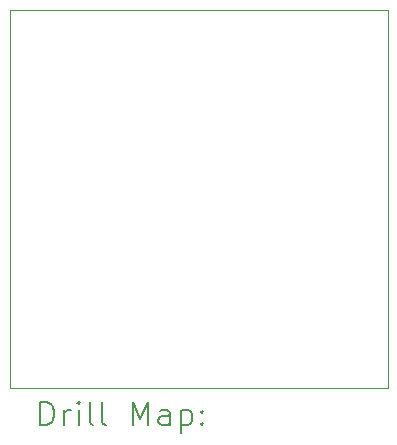
<source format=gbr>
%TF.GenerationSoftware,KiCad,Pcbnew,8.0.2-8.0.2-0~ubuntu22.04.1*%
%TF.CreationDate,2024-05-29T00:58:49-04:00*%
%TF.ProjectId,candel24h_v1,63616e64-656c-4323-9468-5f76312e6b69,rev?*%
%TF.SameCoordinates,Original*%
%TF.FileFunction,Drillmap*%
%TF.FilePolarity,Positive*%
%FSLAX45Y45*%
G04 Gerber Fmt 4.5, Leading zero omitted, Abs format (unit mm)*
G04 Created by KiCad (PCBNEW 8.0.2-8.0.2-0~ubuntu22.04.1) date 2024-05-29 00:58:49*
%MOMM*%
%LPD*%
G01*
G04 APERTURE LIST*
%ADD10C,0.050000*%
%ADD11C,0.200000*%
G04 APERTURE END LIST*
D10*
X12225000Y-5200000D02*
X15425000Y-5200000D01*
X15425000Y-8400000D01*
X12225000Y-8400000D01*
X12225000Y-5200000D01*
D11*
X12483277Y-8713984D02*
X12483277Y-8513984D01*
X12483277Y-8513984D02*
X12530896Y-8513984D01*
X12530896Y-8513984D02*
X12559467Y-8523508D01*
X12559467Y-8523508D02*
X12578515Y-8542555D01*
X12578515Y-8542555D02*
X12588039Y-8561603D01*
X12588039Y-8561603D02*
X12597562Y-8599698D01*
X12597562Y-8599698D02*
X12597562Y-8628270D01*
X12597562Y-8628270D02*
X12588039Y-8666365D01*
X12588039Y-8666365D02*
X12578515Y-8685412D01*
X12578515Y-8685412D02*
X12559467Y-8704460D01*
X12559467Y-8704460D02*
X12530896Y-8713984D01*
X12530896Y-8713984D02*
X12483277Y-8713984D01*
X12683277Y-8713984D02*
X12683277Y-8580650D01*
X12683277Y-8618746D02*
X12692801Y-8599698D01*
X12692801Y-8599698D02*
X12702324Y-8590174D01*
X12702324Y-8590174D02*
X12721372Y-8580650D01*
X12721372Y-8580650D02*
X12740420Y-8580650D01*
X12807086Y-8713984D02*
X12807086Y-8580650D01*
X12807086Y-8513984D02*
X12797562Y-8523508D01*
X12797562Y-8523508D02*
X12807086Y-8533031D01*
X12807086Y-8533031D02*
X12816610Y-8523508D01*
X12816610Y-8523508D02*
X12807086Y-8513984D01*
X12807086Y-8513984D02*
X12807086Y-8533031D01*
X12930896Y-8713984D02*
X12911848Y-8704460D01*
X12911848Y-8704460D02*
X12902324Y-8685412D01*
X12902324Y-8685412D02*
X12902324Y-8513984D01*
X13035658Y-8713984D02*
X13016610Y-8704460D01*
X13016610Y-8704460D02*
X13007086Y-8685412D01*
X13007086Y-8685412D02*
X13007086Y-8513984D01*
X13264229Y-8713984D02*
X13264229Y-8513984D01*
X13264229Y-8513984D02*
X13330896Y-8656841D01*
X13330896Y-8656841D02*
X13397562Y-8513984D01*
X13397562Y-8513984D02*
X13397562Y-8713984D01*
X13578515Y-8713984D02*
X13578515Y-8609222D01*
X13578515Y-8609222D02*
X13568991Y-8590174D01*
X13568991Y-8590174D02*
X13549943Y-8580650D01*
X13549943Y-8580650D02*
X13511848Y-8580650D01*
X13511848Y-8580650D02*
X13492801Y-8590174D01*
X13578515Y-8704460D02*
X13559467Y-8713984D01*
X13559467Y-8713984D02*
X13511848Y-8713984D01*
X13511848Y-8713984D02*
X13492801Y-8704460D01*
X13492801Y-8704460D02*
X13483277Y-8685412D01*
X13483277Y-8685412D02*
X13483277Y-8666365D01*
X13483277Y-8666365D02*
X13492801Y-8647317D01*
X13492801Y-8647317D02*
X13511848Y-8637793D01*
X13511848Y-8637793D02*
X13559467Y-8637793D01*
X13559467Y-8637793D02*
X13578515Y-8628270D01*
X13673753Y-8580650D02*
X13673753Y-8780650D01*
X13673753Y-8590174D02*
X13692801Y-8580650D01*
X13692801Y-8580650D02*
X13730896Y-8580650D01*
X13730896Y-8580650D02*
X13749943Y-8590174D01*
X13749943Y-8590174D02*
X13759467Y-8599698D01*
X13759467Y-8599698D02*
X13768991Y-8618746D01*
X13768991Y-8618746D02*
X13768991Y-8675889D01*
X13768991Y-8675889D02*
X13759467Y-8694936D01*
X13759467Y-8694936D02*
X13749943Y-8704460D01*
X13749943Y-8704460D02*
X13730896Y-8713984D01*
X13730896Y-8713984D02*
X13692801Y-8713984D01*
X13692801Y-8713984D02*
X13673753Y-8704460D01*
X13854705Y-8694936D02*
X13864229Y-8704460D01*
X13864229Y-8704460D02*
X13854705Y-8713984D01*
X13854705Y-8713984D02*
X13845182Y-8704460D01*
X13845182Y-8704460D02*
X13854705Y-8694936D01*
X13854705Y-8694936D02*
X13854705Y-8713984D01*
X13854705Y-8590174D02*
X13864229Y-8599698D01*
X13864229Y-8599698D02*
X13854705Y-8609222D01*
X13854705Y-8609222D02*
X13845182Y-8599698D01*
X13845182Y-8599698D02*
X13854705Y-8590174D01*
X13854705Y-8590174D02*
X13854705Y-8609222D01*
M02*

</source>
